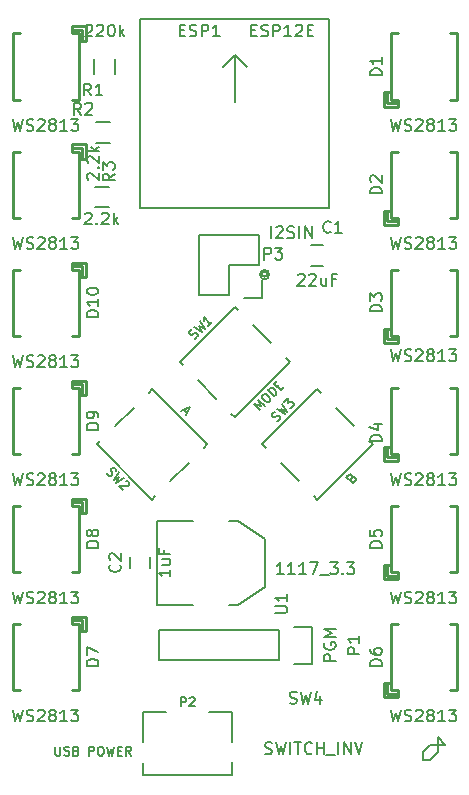
<source format=gto>
G04 #@! TF.FileFunction,Legend,Top*
%FSLAX46Y46*%
G04 Gerber Fmt 4.6, Leading zero omitted, Abs format (unit mm)*
G04 Created by KiCad (PCBNEW 4.0.2+dfsg1-stable) date Mon 05 Nov 2018 12:17:06 AM EST*
%MOMM*%
G01*
G04 APERTURE LIST*
%ADD10C,0.100000*%
%ADD11C,0.200000*%
%ADD12C,0.150000*%
%ADD13C,0.250000*%
%ADD14C,0.165100*%
G04 APERTURE END LIST*
D10*
D11*
X130175000Y-132080000D02*
X130175000Y-130810000D01*
X129540000Y-132715000D02*
X130175000Y-132080000D01*
X128905000Y-132715000D02*
X129540000Y-132715000D01*
X128905000Y-132080000D02*
X128905000Y-132715000D01*
X129540000Y-131445000D02*
X128905000Y-132080000D01*
X130810000Y-131445000D02*
X129540000Y-131445000D01*
X130175000Y-130810000D02*
X130810000Y-131445000D01*
X115926123Y-91615000D02*
G75*
G03X115926123Y-91615000I-401123J0D01*
G01*
X115745000Y-91585000D02*
G75*
G03X115745000Y-91585000I-220000J0D01*
G01*
D12*
X120500000Y-89150000D02*
X119500000Y-89150000D01*
X119500000Y-90850000D02*
X120500000Y-90850000D01*
D13*
X125900000Y-76200000D02*
X125600000Y-76200000D01*
X125600000Y-76200000D02*
X125600000Y-77400000D01*
X125600000Y-77400000D02*
X126800000Y-77400000D01*
X126800000Y-77400000D02*
X126800000Y-77100000D01*
X126800000Y-76800000D02*
X126800000Y-77100000D01*
X126800000Y-77100000D02*
X125900000Y-77100000D01*
X125900000Y-77100000D02*
X125900000Y-76300000D01*
X125900000Y-76300000D02*
X125900000Y-76200000D01*
X125900000Y-76200000D02*
X126200000Y-76200000D01*
X131200000Y-71200000D02*
X131800000Y-71200000D01*
X131800000Y-71200000D02*
X131800000Y-76800000D01*
X131800000Y-76800000D02*
X131200000Y-76800000D01*
X126800000Y-76800000D02*
X126200000Y-76800000D01*
X126200000Y-76800000D02*
X126200000Y-71200000D01*
X126200000Y-71200000D02*
X126800000Y-71200000D01*
X125900000Y-86200000D02*
X125600000Y-86200000D01*
X125600000Y-86200000D02*
X125600000Y-87400000D01*
X125600000Y-87400000D02*
X126800000Y-87400000D01*
X126800000Y-87400000D02*
X126800000Y-87100000D01*
X126800000Y-86800000D02*
X126800000Y-87100000D01*
X126800000Y-87100000D02*
X125900000Y-87100000D01*
X125900000Y-87100000D02*
X125900000Y-86300000D01*
X125900000Y-86300000D02*
X125900000Y-86200000D01*
X125900000Y-86200000D02*
X126200000Y-86200000D01*
X131200000Y-81200000D02*
X131800000Y-81200000D01*
X131800000Y-81200000D02*
X131800000Y-86800000D01*
X131800000Y-86800000D02*
X131200000Y-86800000D01*
X126800000Y-86800000D02*
X126200000Y-86800000D01*
X126200000Y-86800000D02*
X126200000Y-81200000D01*
X126200000Y-81200000D02*
X126800000Y-81200000D01*
X125900000Y-96200000D02*
X125600000Y-96200000D01*
X125600000Y-96200000D02*
X125600000Y-97400000D01*
X125600000Y-97400000D02*
X126800000Y-97400000D01*
X126800000Y-97400000D02*
X126800000Y-97100000D01*
X126800000Y-96800000D02*
X126800000Y-97100000D01*
X126800000Y-97100000D02*
X125900000Y-97100000D01*
X125900000Y-97100000D02*
X125900000Y-96300000D01*
X125900000Y-96300000D02*
X125900000Y-96200000D01*
X125900000Y-96200000D02*
X126200000Y-96200000D01*
X131200000Y-91200000D02*
X131800000Y-91200000D01*
X131800000Y-91200000D02*
X131800000Y-96800000D01*
X131800000Y-96800000D02*
X131200000Y-96800000D01*
X126800000Y-96800000D02*
X126200000Y-96800000D01*
X126200000Y-96800000D02*
X126200000Y-91200000D01*
X126200000Y-91200000D02*
X126800000Y-91200000D01*
X125900000Y-106200000D02*
X125600000Y-106200000D01*
X125600000Y-106200000D02*
X125600000Y-107400000D01*
X125600000Y-107400000D02*
X126800000Y-107400000D01*
X126800000Y-107400000D02*
X126800000Y-107100000D01*
X126800000Y-106800000D02*
X126800000Y-107100000D01*
X126800000Y-107100000D02*
X125900000Y-107100000D01*
X125900000Y-107100000D02*
X125900000Y-106300000D01*
X125900000Y-106300000D02*
X125900000Y-106200000D01*
X125900000Y-106200000D02*
X126200000Y-106200000D01*
X131200000Y-101200000D02*
X131800000Y-101200000D01*
X131800000Y-101200000D02*
X131800000Y-106800000D01*
X131800000Y-106800000D02*
X131200000Y-106800000D01*
X126800000Y-106800000D02*
X126200000Y-106800000D01*
X126200000Y-106800000D02*
X126200000Y-101200000D01*
X126200000Y-101200000D02*
X126800000Y-101200000D01*
X125900000Y-116200000D02*
X125600000Y-116200000D01*
X125600000Y-116200000D02*
X125600000Y-117400000D01*
X125600000Y-117400000D02*
X126800000Y-117400000D01*
X126800000Y-117400000D02*
X126800000Y-117100000D01*
X126800000Y-116800000D02*
X126800000Y-117100000D01*
X126800000Y-117100000D02*
X125900000Y-117100000D01*
X125900000Y-117100000D02*
X125900000Y-116300000D01*
X125900000Y-116300000D02*
X125900000Y-116200000D01*
X125900000Y-116200000D02*
X126200000Y-116200000D01*
X131200000Y-111200000D02*
X131800000Y-111200000D01*
X131800000Y-111200000D02*
X131800000Y-116800000D01*
X131800000Y-116800000D02*
X131200000Y-116800000D01*
X126800000Y-116800000D02*
X126200000Y-116800000D01*
X126200000Y-116800000D02*
X126200000Y-111200000D01*
X126200000Y-111200000D02*
X126800000Y-111200000D01*
X125900000Y-126200000D02*
X125600000Y-126200000D01*
X125600000Y-126200000D02*
X125600000Y-127400000D01*
X125600000Y-127400000D02*
X126800000Y-127400000D01*
X126800000Y-127400000D02*
X126800000Y-127100000D01*
X126800000Y-126800000D02*
X126800000Y-127100000D01*
X126800000Y-127100000D02*
X125900000Y-127100000D01*
X125900000Y-127100000D02*
X125900000Y-126300000D01*
X125900000Y-126300000D02*
X125900000Y-126200000D01*
X125900000Y-126200000D02*
X126200000Y-126200000D01*
X131200000Y-121200000D02*
X131800000Y-121200000D01*
X131800000Y-121200000D02*
X131800000Y-126800000D01*
X131800000Y-126800000D02*
X131200000Y-126800000D01*
X126800000Y-126800000D02*
X126200000Y-126800000D01*
X126200000Y-126800000D02*
X126200000Y-121200000D01*
X126200000Y-121200000D02*
X126800000Y-121200000D01*
X100100000Y-121800000D02*
X100400000Y-121800000D01*
X100400000Y-121800000D02*
X100400000Y-120600000D01*
X100400000Y-120600000D02*
X99200000Y-120600000D01*
X99200000Y-120600000D02*
X99200000Y-120900000D01*
X99200000Y-121200000D02*
X99200000Y-120900000D01*
X99200000Y-120900000D02*
X100100000Y-120900000D01*
X100100000Y-120900000D02*
X100100000Y-121700000D01*
X100100000Y-121700000D02*
X100100000Y-121800000D01*
X100100000Y-121800000D02*
X99800000Y-121800000D01*
X94800000Y-126800000D02*
X94200000Y-126800000D01*
X94200000Y-126800000D02*
X94200000Y-121200000D01*
X94200000Y-121200000D02*
X94800000Y-121200000D01*
X99200000Y-121200000D02*
X99800000Y-121200000D01*
X99800000Y-121200000D02*
X99800000Y-126800000D01*
X99800000Y-126800000D02*
X99200000Y-126800000D01*
X100100000Y-111800000D02*
X100400000Y-111800000D01*
X100400000Y-111800000D02*
X100400000Y-110600000D01*
X100400000Y-110600000D02*
X99200000Y-110600000D01*
X99200000Y-110600000D02*
X99200000Y-110900000D01*
X99200000Y-111200000D02*
X99200000Y-110900000D01*
X99200000Y-110900000D02*
X100100000Y-110900000D01*
X100100000Y-110900000D02*
X100100000Y-111700000D01*
X100100000Y-111700000D02*
X100100000Y-111800000D01*
X100100000Y-111800000D02*
X99800000Y-111800000D01*
X94800000Y-116800000D02*
X94200000Y-116800000D01*
X94200000Y-116800000D02*
X94200000Y-111200000D01*
X94200000Y-111200000D02*
X94800000Y-111200000D01*
X99200000Y-111200000D02*
X99800000Y-111200000D01*
X99800000Y-111200000D02*
X99800000Y-116800000D01*
X99800000Y-116800000D02*
X99200000Y-116800000D01*
X100100000Y-101800000D02*
X100400000Y-101800000D01*
X100400000Y-101800000D02*
X100400000Y-100600000D01*
X100400000Y-100600000D02*
X99200000Y-100600000D01*
X99200000Y-100600000D02*
X99200000Y-100900000D01*
X99200000Y-101200000D02*
X99200000Y-100900000D01*
X99200000Y-100900000D02*
X100100000Y-100900000D01*
X100100000Y-100900000D02*
X100100000Y-101700000D01*
X100100000Y-101700000D02*
X100100000Y-101800000D01*
X100100000Y-101800000D02*
X99800000Y-101800000D01*
X94800000Y-106800000D02*
X94200000Y-106800000D01*
X94200000Y-106800000D02*
X94200000Y-101200000D01*
X94200000Y-101200000D02*
X94800000Y-101200000D01*
X99200000Y-101200000D02*
X99800000Y-101200000D01*
X99800000Y-101200000D02*
X99800000Y-106800000D01*
X99800000Y-106800000D02*
X99200000Y-106800000D01*
X100100000Y-91800000D02*
X100400000Y-91800000D01*
X100400000Y-91800000D02*
X100400000Y-90600000D01*
X100400000Y-90600000D02*
X99200000Y-90600000D01*
X99200000Y-90600000D02*
X99200000Y-90900000D01*
X99200000Y-91200000D02*
X99200000Y-90900000D01*
X99200000Y-90900000D02*
X100100000Y-90900000D01*
X100100000Y-90900000D02*
X100100000Y-91700000D01*
X100100000Y-91700000D02*
X100100000Y-91800000D01*
X100100000Y-91800000D02*
X99800000Y-91800000D01*
X94800000Y-96800000D02*
X94200000Y-96800000D01*
X94200000Y-96800000D02*
X94200000Y-91200000D01*
X94200000Y-91200000D02*
X94800000Y-91200000D01*
X99200000Y-91200000D02*
X99800000Y-91200000D01*
X99800000Y-91200000D02*
X99800000Y-96800000D01*
X99800000Y-96800000D02*
X99200000Y-96800000D01*
X100100000Y-81800000D02*
X100400000Y-81800000D01*
X100400000Y-81800000D02*
X100400000Y-80600000D01*
X100400000Y-80600000D02*
X99200000Y-80600000D01*
X99200000Y-80600000D02*
X99200000Y-80900000D01*
X99200000Y-81200000D02*
X99200000Y-80900000D01*
X99200000Y-80900000D02*
X100100000Y-80900000D01*
X100100000Y-80900000D02*
X100100000Y-81700000D01*
X100100000Y-81700000D02*
X100100000Y-81800000D01*
X100100000Y-81800000D02*
X99800000Y-81800000D01*
X94800000Y-86800000D02*
X94200000Y-86800000D01*
X94200000Y-86800000D02*
X94200000Y-81200000D01*
X94200000Y-81200000D02*
X94800000Y-81200000D01*
X99200000Y-81200000D02*
X99800000Y-81200000D01*
X99800000Y-81200000D02*
X99800000Y-86800000D01*
X99800000Y-86800000D02*
X99200000Y-86800000D01*
X100100000Y-71800000D02*
X100400000Y-71800000D01*
X100400000Y-71800000D02*
X100400000Y-70600000D01*
X100400000Y-70600000D02*
X99200000Y-70600000D01*
X99200000Y-70600000D02*
X99200000Y-70900000D01*
X99200000Y-71200000D02*
X99200000Y-70900000D01*
X99200000Y-70900000D02*
X100100000Y-70900000D01*
X100100000Y-70900000D02*
X100100000Y-71700000D01*
X100100000Y-71700000D02*
X100100000Y-71800000D01*
X100100000Y-71800000D02*
X99800000Y-71800000D01*
X94800000Y-76800000D02*
X94200000Y-76800000D01*
X94200000Y-76800000D02*
X94200000Y-71200000D01*
X94200000Y-71200000D02*
X94800000Y-71200000D01*
X99200000Y-71200000D02*
X99800000Y-71200000D01*
X99800000Y-71200000D02*
X99800000Y-76800000D01*
X99800000Y-76800000D02*
X99200000Y-76800000D01*
D12*
X113000000Y-73000000D02*
X112000000Y-74000000D01*
X113000000Y-73000000D02*
X114000000Y-74000000D01*
X113000000Y-73000000D02*
X113000000Y-77000000D01*
X105000000Y-86000000D02*
X105000000Y-70000000D01*
X105000000Y-70000000D02*
X121000000Y-70000000D01*
X121000000Y-70000000D02*
X121000000Y-86000000D01*
X105000000Y-86000000D02*
X121000000Y-86000000D01*
X118000000Y-121450000D02*
X119550000Y-121450000D01*
X119550000Y-121450000D02*
X119550000Y-124550000D01*
X119550000Y-124550000D02*
X118000000Y-124550000D01*
X116730000Y-124270000D02*
X106570000Y-124270000D01*
X106570000Y-124270000D02*
X106570000Y-121730000D01*
X106570000Y-121730000D02*
X116730000Y-121730000D01*
X116730000Y-124270000D02*
X116730000Y-121730000D01*
X110850000Y-128650000D02*
X112750000Y-128650000D01*
X112750000Y-128650000D02*
X112750000Y-131200000D01*
X105250000Y-131200000D02*
X105250000Y-128650000D01*
X105250000Y-128650000D02*
X107150000Y-128650000D01*
X112750000Y-134000000D02*
X112750000Y-132850000D01*
X105250000Y-134000000D02*
X105250000Y-132950000D01*
X106650000Y-134000000D02*
X105250000Y-134000000D01*
X111350000Y-134000000D02*
X112750000Y-134000000D01*
X106650000Y-134000000D02*
X111350000Y-134000000D01*
X115342000Y-92075000D02*
X115342000Y-93625000D01*
X113792000Y-93625000D02*
X115342000Y-93625000D01*
X115062000Y-90805000D02*
X112522000Y-90805000D01*
X112522000Y-90805000D02*
X112522000Y-93345000D01*
X112522000Y-93345000D02*
X109982000Y-93345000D01*
X109982000Y-93345000D02*
X109982000Y-88265000D01*
X109982000Y-88265000D02*
X115062000Y-88265000D01*
X115062000Y-88265000D02*
X115062000Y-90805000D01*
X102480000Y-80485000D02*
X101280000Y-80485000D01*
X101280000Y-78735000D02*
X102480000Y-78735000D01*
X102340000Y-85925000D02*
X101140000Y-85925000D01*
X101140000Y-84175000D02*
X102340000Y-84175000D01*
X113000000Y-94333095D02*
X113282843Y-94615938D01*
X109888730Y-100555635D02*
X111444365Y-102111270D01*
X116111270Y-97444365D02*
X114555635Y-95888730D01*
X112717157Y-103384062D02*
X113000000Y-103666905D01*
X113000000Y-103666905D02*
X117666905Y-99000000D01*
X117666905Y-99000000D02*
X117384062Y-98717157D01*
X108333095Y-99000000D02*
X108615938Y-99282843D01*
X108333095Y-99000000D02*
X113000000Y-94333095D01*
X101333095Y-106000000D02*
X101615938Y-105717157D01*
X107555635Y-109111270D02*
X109111270Y-107555635D01*
X104444365Y-102888730D02*
X102888730Y-104444365D01*
X110384062Y-106282843D02*
X110666905Y-106000000D01*
X110666905Y-106000000D02*
X106000000Y-101333095D01*
X106000000Y-101333095D02*
X105717157Y-101615938D01*
X106000000Y-110666905D02*
X106282843Y-110384062D01*
X106000000Y-110666905D02*
X101333095Y-106000000D01*
X120000000Y-101333095D02*
X120282843Y-101615938D01*
X116888730Y-107555635D02*
X118444365Y-109111270D01*
X123111270Y-104444365D02*
X121555635Y-102888730D01*
X119717157Y-110384062D02*
X120000000Y-110666905D01*
X120000000Y-110666905D02*
X124666905Y-106000000D01*
X124666905Y-106000000D02*
X124384062Y-105717157D01*
X115333095Y-106000000D02*
X115615938Y-106282843D01*
X115333095Y-106000000D02*
X120000000Y-101333095D01*
X101125000Y-74600000D02*
X101125000Y-73400000D01*
X102875000Y-73400000D02*
X102875000Y-74600000D01*
X109476000Y-112444000D02*
X106428000Y-112444000D01*
X106428000Y-112444000D02*
X106428000Y-119556000D01*
X106428000Y-119556000D02*
X109476000Y-119556000D01*
X112524000Y-112444000D02*
X113286000Y-112444000D01*
X113286000Y-112444000D02*
X115572000Y-113968000D01*
X115572000Y-113968000D02*
X115572000Y-118032000D01*
X115572000Y-118032000D02*
X113286000Y-119556000D01*
X113286000Y-119556000D02*
X112524000Y-119556000D01*
X104150000Y-115500000D02*
X104150000Y-116500000D01*
X105850000Y-116500000D02*
X105850000Y-115500000D01*
X121118334Y-87987143D02*
X121070715Y-88034762D01*
X120927858Y-88082381D01*
X120832620Y-88082381D01*
X120689762Y-88034762D01*
X120594524Y-87939524D01*
X120546905Y-87844286D01*
X120499286Y-87653810D01*
X120499286Y-87510952D01*
X120546905Y-87320476D01*
X120594524Y-87225238D01*
X120689762Y-87130000D01*
X120832620Y-87082381D01*
X120927858Y-87082381D01*
X121070715Y-87130000D01*
X121118334Y-87177619D01*
X122070715Y-88082381D02*
X121499286Y-88082381D01*
X121785000Y-88082381D02*
X121785000Y-87082381D01*
X121689762Y-87225238D01*
X121594524Y-87320476D01*
X121499286Y-87368095D01*
X118357143Y-91647619D02*
X118404762Y-91600000D01*
X118500000Y-91552381D01*
X118738096Y-91552381D01*
X118833334Y-91600000D01*
X118880953Y-91647619D01*
X118928572Y-91742857D01*
X118928572Y-91838095D01*
X118880953Y-91980952D01*
X118309524Y-92552381D01*
X118928572Y-92552381D01*
X119309524Y-91647619D02*
X119357143Y-91600000D01*
X119452381Y-91552381D01*
X119690477Y-91552381D01*
X119785715Y-91600000D01*
X119833334Y-91647619D01*
X119880953Y-91742857D01*
X119880953Y-91838095D01*
X119833334Y-91980952D01*
X119261905Y-92552381D01*
X119880953Y-92552381D01*
X120738096Y-91885714D02*
X120738096Y-92552381D01*
X120309524Y-91885714D02*
X120309524Y-92409524D01*
X120357143Y-92504762D01*
X120452381Y-92552381D01*
X120595239Y-92552381D01*
X120690477Y-92504762D01*
X120738096Y-92457143D01*
X121547620Y-92028571D02*
X121214286Y-92028571D01*
X121214286Y-92552381D02*
X121214286Y-91552381D01*
X121690477Y-91552381D01*
X125452381Y-74738095D02*
X124452381Y-74738095D01*
X124452381Y-74500000D01*
X124500000Y-74357142D01*
X124595238Y-74261904D01*
X124690476Y-74214285D01*
X124880952Y-74166666D01*
X125023810Y-74166666D01*
X125214286Y-74214285D01*
X125309524Y-74261904D01*
X125404762Y-74357142D01*
X125452381Y-74500000D01*
X125452381Y-74738095D01*
X125452381Y-73214285D02*
X125452381Y-73785714D01*
X125452381Y-73500000D02*
X124452381Y-73500000D01*
X124595238Y-73595238D01*
X124690476Y-73690476D01*
X124738095Y-73785714D01*
X126190476Y-78452381D02*
X126428571Y-79452381D01*
X126619048Y-78738095D01*
X126809524Y-79452381D01*
X127047619Y-78452381D01*
X127380952Y-79404762D02*
X127523809Y-79452381D01*
X127761905Y-79452381D01*
X127857143Y-79404762D01*
X127904762Y-79357143D01*
X127952381Y-79261905D01*
X127952381Y-79166667D01*
X127904762Y-79071429D01*
X127857143Y-79023810D01*
X127761905Y-78976190D01*
X127571428Y-78928571D01*
X127476190Y-78880952D01*
X127428571Y-78833333D01*
X127380952Y-78738095D01*
X127380952Y-78642857D01*
X127428571Y-78547619D01*
X127476190Y-78500000D01*
X127571428Y-78452381D01*
X127809524Y-78452381D01*
X127952381Y-78500000D01*
X128333333Y-78547619D02*
X128380952Y-78500000D01*
X128476190Y-78452381D01*
X128714286Y-78452381D01*
X128809524Y-78500000D01*
X128857143Y-78547619D01*
X128904762Y-78642857D01*
X128904762Y-78738095D01*
X128857143Y-78880952D01*
X128285714Y-79452381D01*
X128904762Y-79452381D01*
X129476190Y-78880952D02*
X129380952Y-78833333D01*
X129333333Y-78785714D01*
X129285714Y-78690476D01*
X129285714Y-78642857D01*
X129333333Y-78547619D01*
X129380952Y-78500000D01*
X129476190Y-78452381D01*
X129666667Y-78452381D01*
X129761905Y-78500000D01*
X129809524Y-78547619D01*
X129857143Y-78642857D01*
X129857143Y-78690476D01*
X129809524Y-78785714D01*
X129761905Y-78833333D01*
X129666667Y-78880952D01*
X129476190Y-78880952D01*
X129380952Y-78928571D01*
X129333333Y-78976190D01*
X129285714Y-79071429D01*
X129285714Y-79261905D01*
X129333333Y-79357143D01*
X129380952Y-79404762D01*
X129476190Y-79452381D01*
X129666667Y-79452381D01*
X129761905Y-79404762D01*
X129809524Y-79357143D01*
X129857143Y-79261905D01*
X129857143Y-79071429D01*
X129809524Y-78976190D01*
X129761905Y-78928571D01*
X129666667Y-78880952D01*
X130809524Y-79452381D02*
X130238095Y-79452381D01*
X130523809Y-79452381D02*
X130523809Y-78452381D01*
X130428571Y-78595238D01*
X130333333Y-78690476D01*
X130238095Y-78738095D01*
X131142857Y-78452381D02*
X131761905Y-78452381D01*
X131428571Y-78833333D01*
X131571429Y-78833333D01*
X131666667Y-78880952D01*
X131714286Y-78928571D01*
X131761905Y-79023810D01*
X131761905Y-79261905D01*
X131714286Y-79357143D01*
X131666667Y-79404762D01*
X131571429Y-79452381D01*
X131285714Y-79452381D01*
X131190476Y-79404762D01*
X131142857Y-79357143D01*
X125452381Y-84738095D02*
X124452381Y-84738095D01*
X124452381Y-84500000D01*
X124500000Y-84357142D01*
X124595238Y-84261904D01*
X124690476Y-84214285D01*
X124880952Y-84166666D01*
X125023810Y-84166666D01*
X125214286Y-84214285D01*
X125309524Y-84261904D01*
X125404762Y-84357142D01*
X125452381Y-84500000D01*
X125452381Y-84738095D01*
X124547619Y-83785714D02*
X124500000Y-83738095D01*
X124452381Y-83642857D01*
X124452381Y-83404761D01*
X124500000Y-83309523D01*
X124547619Y-83261904D01*
X124642857Y-83214285D01*
X124738095Y-83214285D01*
X124880952Y-83261904D01*
X125452381Y-83833333D01*
X125452381Y-83214285D01*
X126190476Y-88452381D02*
X126428571Y-89452381D01*
X126619048Y-88738095D01*
X126809524Y-89452381D01*
X127047619Y-88452381D01*
X127380952Y-89404762D02*
X127523809Y-89452381D01*
X127761905Y-89452381D01*
X127857143Y-89404762D01*
X127904762Y-89357143D01*
X127952381Y-89261905D01*
X127952381Y-89166667D01*
X127904762Y-89071429D01*
X127857143Y-89023810D01*
X127761905Y-88976190D01*
X127571428Y-88928571D01*
X127476190Y-88880952D01*
X127428571Y-88833333D01*
X127380952Y-88738095D01*
X127380952Y-88642857D01*
X127428571Y-88547619D01*
X127476190Y-88500000D01*
X127571428Y-88452381D01*
X127809524Y-88452381D01*
X127952381Y-88500000D01*
X128333333Y-88547619D02*
X128380952Y-88500000D01*
X128476190Y-88452381D01*
X128714286Y-88452381D01*
X128809524Y-88500000D01*
X128857143Y-88547619D01*
X128904762Y-88642857D01*
X128904762Y-88738095D01*
X128857143Y-88880952D01*
X128285714Y-89452381D01*
X128904762Y-89452381D01*
X129476190Y-88880952D02*
X129380952Y-88833333D01*
X129333333Y-88785714D01*
X129285714Y-88690476D01*
X129285714Y-88642857D01*
X129333333Y-88547619D01*
X129380952Y-88500000D01*
X129476190Y-88452381D01*
X129666667Y-88452381D01*
X129761905Y-88500000D01*
X129809524Y-88547619D01*
X129857143Y-88642857D01*
X129857143Y-88690476D01*
X129809524Y-88785714D01*
X129761905Y-88833333D01*
X129666667Y-88880952D01*
X129476190Y-88880952D01*
X129380952Y-88928571D01*
X129333333Y-88976190D01*
X129285714Y-89071429D01*
X129285714Y-89261905D01*
X129333333Y-89357143D01*
X129380952Y-89404762D01*
X129476190Y-89452381D01*
X129666667Y-89452381D01*
X129761905Y-89404762D01*
X129809524Y-89357143D01*
X129857143Y-89261905D01*
X129857143Y-89071429D01*
X129809524Y-88976190D01*
X129761905Y-88928571D01*
X129666667Y-88880952D01*
X130809524Y-89452381D02*
X130238095Y-89452381D01*
X130523809Y-89452381D02*
X130523809Y-88452381D01*
X130428571Y-88595238D01*
X130333333Y-88690476D01*
X130238095Y-88738095D01*
X131142857Y-88452381D02*
X131761905Y-88452381D01*
X131428571Y-88833333D01*
X131571429Y-88833333D01*
X131666667Y-88880952D01*
X131714286Y-88928571D01*
X131761905Y-89023810D01*
X131761905Y-89261905D01*
X131714286Y-89357143D01*
X131666667Y-89404762D01*
X131571429Y-89452381D01*
X131285714Y-89452381D01*
X131190476Y-89404762D01*
X131142857Y-89357143D01*
X125452381Y-94738095D02*
X124452381Y-94738095D01*
X124452381Y-94500000D01*
X124500000Y-94357142D01*
X124595238Y-94261904D01*
X124690476Y-94214285D01*
X124880952Y-94166666D01*
X125023810Y-94166666D01*
X125214286Y-94214285D01*
X125309524Y-94261904D01*
X125404762Y-94357142D01*
X125452381Y-94500000D01*
X125452381Y-94738095D01*
X124452381Y-93833333D02*
X124452381Y-93214285D01*
X124833333Y-93547619D01*
X124833333Y-93404761D01*
X124880952Y-93309523D01*
X124928571Y-93261904D01*
X125023810Y-93214285D01*
X125261905Y-93214285D01*
X125357143Y-93261904D01*
X125404762Y-93309523D01*
X125452381Y-93404761D01*
X125452381Y-93690476D01*
X125404762Y-93785714D01*
X125357143Y-93833333D01*
X126190476Y-97952381D02*
X126428571Y-98952381D01*
X126619048Y-98238095D01*
X126809524Y-98952381D01*
X127047619Y-97952381D01*
X127380952Y-98904762D02*
X127523809Y-98952381D01*
X127761905Y-98952381D01*
X127857143Y-98904762D01*
X127904762Y-98857143D01*
X127952381Y-98761905D01*
X127952381Y-98666667D01*
X127904762Y-98571429D01*
X127857143Y-98523810D01*
X127761905Y-98476190D01*
X127571428Y-98428571D01*
X127476190Y-98380952D01*
X127428571Y-98333333D01*
X127380952Y-98238095D01*
X127380952Y-98142857D01*
X127428571Y-98047619D01*
X127476190Y-98000000D01*
X127571428Y-97952381D01*
X127809524Y-97952381D01*
X127952381Y-98000000D01*
X128333333Y-98047619D02*
X128380952Y-98000000D01*
X128476190Y-97952381D01*
X128714286Y-97952381D01*
X128809524Y-98000000D01*
X128857143Y-98047619D01*
X128904762Y-98142857D01*
X128904762Y-98238095D01*
X128857143Y-98380952D01*
X128285714Y-98952381D01*
X128904762Y-98952381D01*
X129476190Y-98380952D02*
X129380952Y-98333333D01*
X129333333Y-98285714D01*
X129285714Y-98190476D01*
X129285714Y-98142857D01*
X129333333Y-98047619D01*
X129380952Y-98000000D01*
X129476190Y-97952381D01*
X129666667Y-97952381D01*
X129761905Y-98000000D01*
X129809524Y-98047619D01*
X129857143Y-98142857D01*
X129857143Y-98190476D01*
X129809524Y-98285714D01*
X129761905Y-98333333D01*
X129666667Y-98380952D01*
X129476190Y-98380952D01*
X129380952Y-98428571D01*
X129333333Y-98476190D01*
X129285714Y-98571429D01*
X129285714Y-98761905D01*
X129333333Y-98857143D01*
X129380952Y-98904762D01*
X129476190Y-98952381D01*
X129666667Y-98952381D01*
X129761905Y-98904762D01*
X129809524Y-98857143D01*
X129857143Y-98761905D01*
X129857143Y-98571429D01*
X129809524Y-98476190D01*
X129761905Y-98428571D01*
X129666667Y-98380952D01*
X130809524Y-98952381D02*
X130238095Y-98952381D01*
X130523809Y-98952381D02*
X130523809Y-97952381D01*
X130428571Y-98095238D01*
X130333333Y-98190476D01*
X130238095Y-98238095D01*
X131142857Y-97952381D02*
X131761905Y-97952381D01*
X131428571Y-98333333D01*
X131571429Y-98333333D01*
X131666667Y-98380952D01*
X131714286Y-98428571D01*
X131761905Y-98523810D01*
X131761905Y-98761905D01*
X131714286Y-98857143D01*
X131666667Y-98904762D01*
X131571429Y-98952381D01*
X131285714Y-98952381D01*
X131190476Y-98904762D01*
X131142857Y-98857143D01*
X125452381Y-105738095D02*
X124452381Y-105738095D01*
X124452381Y-105500000D01*
X124500000Y-105357142D01*
X124595238Y-105261904D01*
X124690476Y-105214285D01*
X124880952Y-105166666D01*
X125023810Y-105166666D01*
X125214286Y-105214285D01*
X125309524Y-105261904D01*
X125404762Y-105357142D01*
X125452381Y-105500000D01*
X125452381Y-105738095D01*
X124785714Y-104309523D02*
X125452381Y-104309523D01*
X124404762Y-104547619D02*
X125119048Y-104785714D01*
X125119048Y-104166666D01*
X126190476Y-108452381D02*
X126428571Y-109452381D01*
X126619048Y-108738095D01*
X126809524Y-109452381D01*
X127047619Y-108452381D01*
X127380952Y-109404762D02*
X127523809Y-109452381D01*
X127761905Y-109452381D01*
X127857143Y-109404762D01*
X127904762Y-109357143D01*
X127952381Y-109261905D01*
X127952381Y-109166667D01*
X127904762Y-109071429D01*
X127857143Y-109023810D01*
X127761905Y-108976190D01*
X127571428Y-108928571D01*
X127476190Y-108880952D01*
X127428571Y-108833333D01*
X127380952Y-108738095D01*
X127380952Y-108642857D01*
X127428571Y-108547619D01*
X127476190Y-108500000D01*
X127571428Y-108452381D01*
X127809524Y-108452381D01*
X127952381Y-108500000D01*
X128333333Y-108547619D02*
X128380952Y-108500000D01*
X128476190Y-108452381D01*
X128714286Y-108452381D01*
X128809524Y-108500000D01*
X128857143Y-108547619D01*
X128904762Y-108642857D01*
X128904762Y-108738095D01*
X128857143Y-108880952D01*
X128285714Y-109452381D01*
X128904762Y-109452381D01*
X129476190Y-108880952D02*
X129380952Y-108833333D01*
X129333333Y-108785714D01*
X129285714Y-108690476D01*
X129285714Y-108642857D01*
X129333333Y-108547619D01*
X129380952Y-108500000D01*
X129476190Y-108452381D01*
X129666667Y-108452381D01*
X129761905Y-108500000D01*
X129809524Y-108547619D01*
X129857143Y-108642857D01*
X129857143Y-108690476D01*
X129809524Y-108785714D01*
X129761905Y-108833333D01*
X129666667Y-108880952D01*
X129476190Y-108880952D01*
X129380952Y-108928571D01*
X129333333Y-108976190D01*
X129285714Y-109071429D01*
X129285714Y-109261905D01*
X129333333Y-109357143D01*
X129380952Y-109404762D01*
X129476190Y-109452381D01*
X129666667Y-109452381D01*
X129761905Y-109404762D01*
X129809524Y-109357143D01*
X129857143Y-109261905D01*
X129857143Y-109071429D01*
X129809524Y-108976190D01*
X129761905Y-108928571D01*
X129666667Y-108880952D01*
X130809524Y-109452381D02*
X130238095Y-109452381D01*
X130523809Y-109452381D02*
X130523809Y-108452381D01*
X130428571Y-108595238D01*
X130333333Y-108690476D01*
X130238095Y-108738095D01*
X131142857Y-108452381D02*
X131761905Y-108452381D01*
X131428571Y-108833333D01*
X131571429Y-108833333D01*
X131666667Y-108880952D01*
X131714286Y-108928571D01*
X131761905Y-109023810D01*
X131761905Y-109261905D01*
X131714286Y-109357143D01*
X131666667Y-109404762D01*
X131571429Y-109452381D01*
X131285714Y-109452381D01*
X131190476Y-109404762D01*
X131142857Y-109357143D01*
X125452381Y-114738095D02*
X124452381Y-114738095D01*
X124452381Y-114500000D01*
X124500000Y-114357142D01*
X124595238Y-114261904D01*
X124690476Y-114214285D01*
X124880952Y-114166666D01*
X125023810Y-114166666D01*
X125214286Y-114214285D01*
X125309524Y-114261904D01*
X125404762Y-114357142D01*
X125452381Y-114500000D01*
X125452381Y-114738095D01*
X124452381Y-113261904D02*
X124452381Y-113738095D01*
X124928571Y-113785714D01*
X124880952Y-113738095D01*
X124833333Y-113642857D01*
X124833333Y-113404761D01*
X124880952Y-113309523D01*
X124928571Y-113261904D01*
X125023810Y-113214285D01*
X125261905Y-113214285D01*
X125357143Y-113261904D01*
X125404762Y-113309523D01*
X125452381Y-113404761D01*
X125452381Y-113642857D01*
X125404762Y-113738095D01*
X125357143Y-113785714D01*
X126190476Y-118452381D02*
X126428571Y-119452381D01*
X126619048Y-118738095D01*
X126809524Y-119452381D01*
X127047619Y-118452381D01*
X127380952Y-119404762D02*
X127523809Y-119452381D01*
X127761905Y-119452381D01*
X127857143Y-119404762D01*
X127904762Y-119357143D01*
X127952381Y-119261905D01*
X127952381Y-119166667D01*
X127904762Y-119071429D01*
X127857143Y-119023810D01*
X127761905Y-118976190D01*
X127571428Y-118928571D01*
X127476190Y-118880952D01*
X127428571Y-118833333D01*
X127380952Y-118738095D01*
X127380952Y-118642857D01*
X127428571Y-118547619D01*
X127476190Y-118500000D01*
X127571428Y-118452381D01*
X127809524Y-118452381D01*
X127952381Y-118500000D01*
X128333333Y-118547619D02*
X128380952Y-118500000D01*
X128476190Y-118452381D01*
X128714286Y-118452381D01*
X128809524Y-118500000D01*
X128857143Y-118547619D01*
X128904762Y-118642857D01*
X128904762Y-118738095D01*
X128857143Y-118880952D01*
X128285714Y-119452381D01*
X128904762Y-119452381D01*
X129476190Y-118880952D02*
X129380952Y-118833333D01*
X129333333Y-118785714D01*
X129285714Y-118690476D01*
X129285714Y-118642857D01*
X129333333Y-118547619D01*
X129380952Y-118500000D01*
X129476190Y-118452381D01*
X129666667Y-118452381D01*
X129761905Y-118500000D01*
X129809524Y-118547619D01*
X129857143Y-118642857D01*
X129857143Y-118690476D01*
X129809524Y-118785714D01*
X129761905Y-118833333D01*
X129666667Y-118880952D01*
X129476190Y-118880952D01*
X129380952Y-118928571D01*
X129333333Y-118976190D01*
X129285714Y-119071429D01*
X129285714Y-119261905D01*
X129333333Y-119357143D01*
X129380952Y-119404762D01*
X129476190Y-119452381D01*
X129666667Y-119452381D01*
X129761905Y-119404762D01*
X129809524Y-119357143D01*
X129857143Y-119261905D01*
X129857143Y-119071429D01*
X129809524Y-118976190D01*
X129761905Y-118928571D01*
X129666667Y-118880952D01*
X130809524Y-119452381D02*
X130238095Y-119452381D01*
X130523809Y-119452381D02*
X130523809Y-118452381D01*
X130428571Y-118595238D01*
X130333333Y-118690476D01*
X130238095Y-118738095D01*
X131142857Y-118452381D02*
X131761905Y-118452381D01*
X131428571Y-118833333D01*
X131571429Y-118833333D01*
X131666667Y-118880952D01*
X131714286Y-118928571D01*
X131761905Y-119023810D01*
X131761905Y-119261905D01*
X131714286Y-119357143D01*
X131666667Y-119404762D01*
X131571429Y-119452381D01*
X131285714Y-119452381D01*
X131190476Y-119404762D01*
X131142857Y-119357143D01*
X125452381Y-124738095D02*
X124452381Y-124738095D01*
X124452381Y-124500000D01*
X124500000Y-124357142D01*
X124595238Y-124261904D01*
X124690476Y-124214285D01*
X124880952Y-124166666D01*
X125023810Y-124166666D01*
X125214286Y-124214285D01*
X125309524Y-124261904D01*
X125404762Y-124357142D01*
X125452381Y-124500000D01*
X125452381Y-124738095D01*
X124452381Y-123309523D02*
X124452381Y-123500000D01*
X124500000Y-123595238D01*
X124547619Y-123642857D01*
X124690476Y-123738095D01*
X124880952Y-123785714D01*
X125261905Y-123785714D01*
X125357143Y-123738095D01*
X125404762Y-123690476D01*
X125452381Y-123595238D01*
X125452381Y-123404761D01*
X125404762Y-123309523D01*
X125357143Y-123261904D01*
X125261905Y-123214285D01*
X125023810Y-123214285D01*
X124928571Y-123261904D01*
X124880952Y-123309523D01*
X124833333Y-123404761D01*
X124833333Y-123595238D01*
X124880952Y-123690476D01*
X124928571Y-123738095D01*
X125023810Y-123785714D01*
X126190476Y-128452381D02*
X126428571Y-129452381D01*
X126619048Y-128738095D01*
X126809524Y-129452381D01*
X127047619Y-128452381D01*
X127380952Y-129404762D02*
X127523809Y-129452381D01*
X127761905Y-129452381D01*
X127857143Y-129404762D01*
X127904762Y-129357143D01*
X127952381Y-129261905D01*
X127952381Y-129166667D01*
X127904762Y-129071429D01*
X127857143Y-129023810D01*
X127761905Y-128976190D01*
X127571428Y-128928571D01*
X127476190Y-128880952D01*
X127428571Y-128833333D01*
X127380952Y-128738095D01*
X127380952Y-128642857D01*
X127428571Y-128547619D01*
X127476190Y-128500000D01*
X127571428Y-128452381D01*
X127809524Y-128452381D01*
X127952381Y-128500000D01*
X128333333Y-128547619D02*
X128380952Y-128500000D01*
X128476190Y-128452381D01*
X128714286Y-128452381D01*
X128809524Y-128500000D01*
X128857143Y-128547619D01*
X128904762Y-128642857D01*
X128904762Y-128738095D01*
X128857143Y-128880952D01*
X128285714Y-129452381D01*
X128904762Y-129452381D01*
X129476190Y-128880952D02*
X129380952Y-128833333D01*
X129333333Y-128785714D01*
X129285714Y-128690476D01*
X129285714Y-128642857D01*
X129333333Y-128547619D01*
X129380952Y-128500000D01*
X129476190Y-128452381D01*
X129666667Y-128452381D01*
X129761905Y-128500000D01*
X129809524Y-128547619D01*
X129857143Y-128642857D01*
X129857143Y-128690476D01*
X129809524Y-128785714D01*
X129761905Y-128833333D01*
X129666667Y-128880952D01*
X129476190Y-128880952D01*
X129380952Y-128928571D01*
X129333333Y-128976190D01*
X129285714Y-129071429D01*
X129285714Y-129261905D01*
X129333333Y-129357143D01*
X129380952Y-129404762D01*
X129476190Y-129452381D01*
X129666667Y-129452381D01*
X129761905Y-129404762D01*
X129809524Y-129357143D01*
X129857143Y-129261905D01*
X129857143Y-129071429D01*
X129809524Y-128976190D01*
X129761905Y-128928571D01*
X129666667Y-128880952D01*
X130809524Y-129452381D02*
X130238095Y-129452381D01*
X130523809Y-129452381D02*
X130523809Y-128452381D01*
X130428571Y-128595238D01*
X130333333Y-128690476D01*
X130238095Y-128738095D01*
X131142857Y-128452381D02*
X131761905Y-128452381D01*
X131428571Y-128833333D01*
X131571429Y-128833333D01*
X131666667Y-128880952D01*
X131714286Y-128928571D01*
X131761905Y-129023810D01*
X131761905Y-129261905D01*
X131714286Y-129357143D01*
X131666667Y-129404762D01*
X131571429Y-129452381D01*
X131285714Y-129452381D01*
X131190476Y-129404762D01*
X131142857Y-129357143D01*
X101452381Y-124738095D02*
X100452381Y-124738095D01*
X100452381Y-124500000D01*
X100500000Y-124357142D01*
X100595238Y-124261904D01*
X100690476Y-124214285D01*
X100880952Y-124166666D01*
X101023810Y-124166666D01*
X101214286Y-124214285D01*
X101309524Y-124261904D01*
X101404762Y-124357142D01*
X101452381Y-124500000D01*
X101452381Y-124738095D01*
X100452381Y-123833333D02*
X100452381Y-123166666D01*
X101452381Y-123595238D01*
X94190476Y-128452381D02*
X94428571Y-129452381D01*
X94619048Y-128738095D01*
X94809524Y-129452381D01*
X95047619Y-128452381D01*
X95380952Y-129404762D02*
X95523809Y-129452381D01*
X95761905Y-129452381D01*
X95857143Y-129404762D01*
X95904762Y-129357143D01*
X95952381Y-129261905D01*
X95952381Y-129166667D01*
X95904762Y-129071429D01*
X95857143Y-129023810D01*
X95761905Y-128976190D01*
X95571428Y-128928571D01*
X95476190Y-128880952D01*
X95428571Y-128833333D01*
X95380952Y-128738095D01*
X95380952Y-128642857D01*
X95428571Y-128547619D01*
X95476190Y-128500000D01*
X95571428Y-128452381D01*
X95809524Y-128452381D01*
X95952381Y-128500000D01*
X96333333Y-128547619D02*
X96380952Y-128500000D01*
X96476190Y-128452381D01*
X96714286Y-128452381D01*
X96809524Y-128500000D01*
X96857143Y-128547619D01*
X96904762Y-128642857D01*
X96904762Y-128738095D01*
X96857143Y-128880952D01*
X96285714Y-129452381D01*
X96904762Y-129452381D01*
X97476190Y-128880952D02*
X97380952Y-128833333D01*
X97333333Y-128785714D01*
X97285714Y-128690476D01*
X97285714Y-128642857D01*
X97333333Y-128547619D01*
X97380952Y-128500000D01*
X97476190Y-128452381D01*
X97666667Y-128452381D01*
X97761905Y-128500000D01*
X97809524Y-128547619D01*
X97857143Y-128642857D01*
X97857143Y-128690476D01*
X97809524Y-128785714D01*
X97761905Y-128833333D01*
X97666667Y-128880952D01*
X97476190Y-128880952D01*
X97380952Y-128928571D01*
X97333333Y-128976190D01*
X97285714Y-129071429D01*
X97285714Y-129261905D01*
X97333333Y-129357143D01*
X97380952Y-129404762D01*
X97476190Y-129452381D01*
X97666667Y-129452381D01*
X97761905Y-129404762D01*
X97809524Y-129357143D01*
X97857143Y-129261905D01*
X97857143Y-129071429D01*
X97809524Y-128976190D01*
X97761905Y-128928571D01*
X97666667Y-128880952D01*
X98809524Y-129452381D02*
X98238095Y-129452381D01*
X98523809Y-129452381D02*
X98523809Y-128452381D01*
X98428571Y-128595238D01*
X98333333Y-128690476D01*
X98238095Y-128738095D01*
X99142857Y-128452381D02*
X99761905Y-128452381D01*
X99428571Y-128833333D01*
X99571429Y-128833333D01*
X99666667Y-128880952D01*
X99714286Y-128928571D01*
X99761905Y-129023810D01*
X99761905Y-129261905D01*
X99714286Y-129357143D01*
X99666667Y-129404762D01*
X99571429Y-129452381D01*
X99285714Y-129452381D01*
X99190476Y-129404762D01*
X99142857Y-129357143D01*
X101452381Y-114738095D02*
X100452381Y-114738095D01*
X100452381Y-114500000D01*
X100500000Y-114357142D01*
X100595238Y-114261904D01*
X100690476Y-114214285D01*
X100880952Y-114166666D01*
X101023810Y-114166666D01*
X101214286Y-114214285D01*
X101309524Y-114261904D01*
X101404762Y-114357142D01*
X101452381Y-114500000D01*
X101452381Y-114738095D01*
X100880952Y-113595238D02*
X100833333Y-113690476D01*
X100785714Y-113738095D01*
X100690476Y-113785714D01*
X100642857Y-113785714D01*
X100547619Y-113738095D01*
X100500000Y-113690476D01*
X100452381Y-113595238D01*
X100452381Y-113404761D01*
X100500000Y-113309523D01*
X100547619Y-113261904D01*
X100642857Y-113214285D01*
X100690476Y-113214285D01*
X100785714Y-113261904D01*
X100833333Y-113309523D01*
X100880952Y-113404761D01*
X100880952Y-113595238D01*
X100928571Y-113690476D01*
X100976190Y-113738095D01*
X101071429Y-113785714D01*
X101261905Y-113785714D01*
X101357143Y-113738095D01*
X101404762Y-113690476D01*
X101452381Y-113595238D01*
X101452381Y-113404761D01*
X101404762Y-113309523D01*
X101357143Y-113261904D01*
X101261905Y-113214285D01*
X101071429Y-113214285D01*
X100976190Y-113261904D01*
X100928571Y-113309523D01*
X100880952Y-113404761D01*
X94190476Y-118452381D02*
X94428571Y-119452381D01*
X94619048Y-118738095D01*
X94809524Y-119452381D01*
X95047619Y-118452381D01*
X95380952Y-119404762D02*
X95523809Y-119452381D01*
X95761905Y-119452381D01*
X95857143Y-119404762D01*
X95904762Y-119357143D01*
X95952381Y-119261905D01*
X95952381Y-119166667D01*
X95904762Y-119071429D01*
X95857143Y-119023810D01*
X95761905Y-118976190D01*
X95571428Y-118928571D01*
X95476190Y-118880952D01*
X95428571Y-118833333D01*
X95380952Y-118738095D01*
X95380952Y-118642857D01*
X95428571Y-118547619D01*
X95476190Y-118500000D01*
X95571428Y-118452381D01*
X95809524Y-118452381D01*
X95952381Y-118500000D01*
X96333333Y-118547619D02*
X96380952Y-118500000D01*
X96476190Y-118452381D01*
X96714286Y-118452381D01*
X96809524Y-118500000D01*
X96857143Y-118547619D01*
X96904762Y-118642857D01*
X96904762Y-118738095D01*
X96857143Y-118880952D01*
X96285714Y-119452381D01*
X96904762Y-119452381D01*
X97476190Y-118880952D02*
X97380952Y-118833333D01*
X97333333Y-118785714D01*
X97285714Y-118690476D01*
X97285714Y-118642857D01*
X97333333Y-118547619D01*
X97380952Y-118500000D01*
X97476190Y-118452381D01*
X97666667Y-118452381D01*
X97761905Y-118500000D01*
X97809524Y-118547619D01*
X97857143Y-118642857D01*
X97857143Y-118690476D01*
X97809524Y-118785714D01*
X97761905Y-118833333D01*
X97666667Y-118880952D01*
X97476190Y-118880952D01*
X97380952Y-118928571D01*
X97333333Y-118976190D01*
X97285714Y-119071429D01*
X97285714Y-119261905D01*
X97333333Y-119357143D01*
X97380952Y-119404762D01*
X97476190Y-119452381D01*
X97666667Y-119452381D01*
X97761905Y-119404762D01*
X97809524Y-119357143D01*
X97857143Y-119261905D01*
X97857143Y-119071429D01*
X97809524Y-118976190D01*
X97761905Y-118928571D01*
X97666667Y-118880952D01*
X98809524Y-119452381D02*
X98238095Y-119452381D01*
X98523809Y-119452381D02*
X98523809Y-118452381D01*
X98428571Y-118595238D01*
X98333333Y-118690476D01*
X98238095Y-118738095D01*
X99142857Y-118452381D02*
X99761905Y-118452381D01*
X99428571Y-118833333D01*
X99571429Y-118833333D01*
X99666667Y-118880952D01*
X99714286Y-118928571D01*
X99761905Y-119023810D01*
X99761905Y-119261905D01*
X99714286Y-119357143D01*
X99666667Y-119404762D01*
X99571429Y-119452381D01*
X99285714Y-119452381D01*
X99190476Y-119404762D01*
X99142857Y-119357143D01*
X101452381Y-104738095D02*
X100452381Y-104738095D01*
X100452381Y-104500000D01*
X100500000Y-104357142D01*
X100595238Y-104261904D01*
X100690476Y-104214285D01*
X100880952Y-104166666D01*
X101023810Y-104166666D01*
X101214286Y-104214285D01*
X101309524Y-104261904D01*
X101404762Y-104357142D01*
X101452381Y-104500000D01*
X101452381Y-104738095D01*
X101452381Y-103690476D02*
X101452381Y-103500000D01*
X101404762Y-103404761D01*
X101357143Y-103357142D01*
X101214286Y-103261904D01*
X101023810Y-103214285D01*
X100642857Y-103214285D01*
X100547619Y-103261904D01*
X100500000Y-103309523D01*
X100452381Y-103404761D01*
X100452381Y-103595238D01*
X100500000Y-103690476D01*
X100547619Y-103738095D01*
X100642857Y-103785714D01*
X100880952Y-103785714D01*
X100976190Y-103738095D01*
X101023810Y-103690476D01*
X101071429Y-103595238D01*
X101071429Y-103404761D01*
X101023810Y-103309523D01*
X100976190Y-103261904D01*
X100880952Y-103214285D01*
X94190476Y-108452381D02*
X94428571Y-109452381D01*
X94619048Y-108738095D01*
X94809524Y-109452381D01*
X95047619Y-108452381D01*
X95380952Y-109404762D02*
X95523809Y-109452381D01*
X95761905Y-109452381D01*
X95857143Y-109404762D01*
X95904762Y-109357143D01*
X95952381Y-109261905D01*
X95952381Y-109166667D01*
X95904762Y-109071429D01*
X95857143Y-109023810D01*
X95761905Y-108976190D01*
X95571428Y-108928571D01*
X95476190Y-108880952D01*
X95428571Y-108833333D01*
X95380952Y-108738095D01*
X95380952Y-108642857D01*
X95428571Y-108547619D01*
X95476190Y-108500000D01*
X95571428Y-108452381D01*
X95809524Y-108452381D01*
X95952381Y-108500000D01*
X96333333Y-108547619D02*
X96380952Y-108500000D01*
X96476190Y-108452381D01*
X96714286Y-108452381D01*
X96809524Y-108500000D01*
X96857143Y-108547619D01*
X96904762Y-108642857D01*
X96904762Y-108738095D01*
X96857143Y-108880952D01*
X96285714Y-109452381D01*
X96904762Y-109452381D01*
X97476190Y-108880952D02*
X97380952Y-108833333D01*
X97333333Y-108785714D01*
X97285714Y-108690476D01*
X97285714Y-108642857D01*
X97333333Y-108547619D01*
X97380952Y-108500000D01*
X97476190Y-108452381D01*
X97666667Y-108452381D01*
X97761905Y-108500000D01*
X97809524Y-108547619D01*
X97857143Y-108642857D01*
X97857143Y-108690476D01*
X97809524Y-108785714D01*
X97761905Y-108833333D01*
X97666667Y-108880952D01*
X97476190Y-108880952D01*
X97380952Y-108928571D01*
X97333333Y-108976190D01*
X97285714Y-109071429D01*
X97285714Y-109261905D01*
X97333333Y-109357143D01*
X97380952Y-109404762D01*
X97476190Y-109452381D01*
X97666667Y-109452381D01*
X97761905Y-109404762D01*
X97809524Y-109357143D01*
X97857143Y-109261905D01*
X97857143Y-109071429D01*
X97809524Y-108976190D01*
X97761905Y-108928571D01*
X97666667Y-108880952D01*
X98809524Y-109452381D02*
X98238095Y-109452381D01*
X98523809Y-109452381D02*
X98523809Y-108452381D01*
X98428571Y-108595238D01*
X98333333Y-108690476D01*
X98238095Y-108738095D01*
X99142857Y-108452381D02*
X99761905Y-108452381D01*
X99428571Y-108833333D01*
X99571429Y-108833333D01*
X99666667Y-108880952D01*
X99714286Y-108928571D01*
X99761905Y-109023810D01*
X99761905Y-109261905D01*
X99714286Y-109357143D01*
X99666667Y-109404762D01*
X99571429Y-109452381D01*
X99285714Y-109452381D01*
X99190476Y-109404762D01*
X99142857Y-109357143D01*
X101452381Y-95214286D02*
X100452381Y-95214286D01*
X100452381Y-94976191D01*
X100500000Y-94833333D01*
X100595238Y-94738095D01*
X100690476Y-94690476D01*
X100880952Y-94642857D01*
X101023810Y-94642857D01*
X101214286Y-94690476D01*
X101309524Y-94738095D01*
X101404762Y-94833333D01*
X101452381Y-94976191D01*
X101452381Y-95214286D01*
X101452381Y-93690476D02*
X101452381Y-94261905D01*
X101452381Y-93976191D02*
X100452381Y-93976191D01*
X100595238Y-94071429D01*
X100690476Y-94166667D01*
X100738095Y-94261905D01*
X100452381Y-93071429D02*
X100452381Y-92976190D01*
X100500000Y-92880952D01*
X100547619Y-92833333D01*
X100642857Y-92785714D01*
X100833333Y-92738095D01*
X101071429Y-92738095D01*
X101261905Y-92785714D01*
X101357143Y-92833333D01*
X101404762Y-92880952D01*
X101452381Y-92976190D01*
X101452381Y-93071429D01*
X101404762Y-93166667D01*
X101357143Y-93214286D01*
X101261905Y-93261905D01*
X101071429Y-93309524D01*
X100833333Y-93309524D01*
X100642857Y-93261905D01*
X100547619Y-93214286D01*
X100500000Y-93166667D01*
X100452381Y-93071429D01*
X94190476Y-98452381D02*
X94428571Y-99452381D01*
X94619048Y-98738095D01*
X94809524Y-99452381D01*
X95047619Y-98452381D01*
X95380952Y-99404762D02*
X95523809Y-99452381D01*
X95761905Y-99452381D01*
X95857143Y-99404762D01*
X95904762Y-99357143D01*
X95952381Y-99261905D01*
X95952381Y-99166667D01*
X95904762Y-99071429D01*
X95857143Y-99023810D01*
X95761905Y-98976190D01*
X95571428Y-98928571D01*
X95476190Y-98880952D01*
X95428571Y-98833333D01*
X95380952Y-98738095D01*
X95380952Y-98642857D01*
X95428571Y-98547619D01*
X95476190Y-98500000D01*
X95571428Y-98452381D01*
X95809524Y-98452381D01*
X95952381Y-98500000D01*
X96333333Y-98547619D02*
X96380952Y-98500000D01*
X96476190Y-98452381D01*
X96714286Y-98452381D01*
X96809524Y-98500000D01*
X96857143Y-98547619D01*
X96904762Y-98642857D01*
X96904762Y-98738095D01*
X96857143Y-98880952D01*
X96285714Y-99452381D01*
X96904762Y-99452381D01*
X97476190Y-98880952D02*
X97380952Y-98833333D01*
X97333333Y-98785714D01*
X97285714Y-98690476D01*
X97285714Y-98642857D01*
X97333333Y-98547619D01*
X97380952Y-98500000D01*
X97476190Y-98452381D01*
X97666667Y-98452381D01*
X97761905Y-98500000D01*
X97809524Y-98547619D01*
X97857143Y-98642857D01*
X97857143Y-98690476D01*
X97809524Y-98785714D01*
X97761905Y-98833333D01*
X97666667Y-98880952D01*
X97476190Y-98880952D01*
X97380952Y-98928571D01*
X97333333Y-98976190D01*
X97285714Y-99071429D01*
X97285714Y-99261905D01*
X97333333Y-99357143D01*
X97380952Y-99404762D01*
X97476190Y-99452381D01*
X97666667Y-99452381D01*
X97761905Y-99404762D01*
X97809524Y-99357143D01*
X97857143Y-99261905D01*
X97857143Y-99071429D01*
X97809524Y-98976190D01*
X97761905Y-98928571D01*
X97666667Y-98880952D01*
X98809524Y-99452381D02*
X98238095Y-99452381D01*
X98523809Y-99452381D02*
X98523809Y-98452381D01*
X98428571Y-98595238D01*
X98333333Y-98690476D01*
X98238095Y-98738095D01*
X99142857Y-98452381D02*
X99761905Y-98452381D01*
X99428571Y-98833333D01*
X99571429Y-98833333D01*
X99666667Y-98880952D01*
X99714286Y-98928571D01*
X99761905Y-99023810D01*
X99761905Y-99261905D01*
X99714286Y-99357143D01*
X99666667Y-99404762D01*
X99571429Y-99452381D01*
X99285714Y-99452381D01*
X99190476Y-99404762D01*
X99142857Y-99357143D01*
X94190476Y-88452381D02*
X94428571Y-89452381D01*
X94619048Y-88738095D01*
X94809524Y-89452381D01*
X95047619Y-88452381D01*
X95380952Y-89404762D02*
X95523809Y-89452381D01*
X95761905Y-89452381D01*
X95857143Y-89404762D01*
X95904762Y-89357143D01*
X95952381Y-89261905D01*
X95952381Y-89166667D01*
X95904762Y-89071429D01*
X95857143Y-89023810D01*
X95761905Y-88976190D01*
X95571428Y-88928571D01*
X95476190Y-88880952D01*
X95428571Y-88833333D01*
X95380952Y-88738095D01*
X95380952Y-88642857D01*
X95428571Y-88547619D01*
X95476190Y-88500000D01*
X95571428Y-88452381D01*
X95809524Y-88452381D01*
X95952381Y-88500000D01*
X96333333Y-88547619D02*
X96380952Y-88500000D01*
X96476190Y-88452381D01*
X96714286Y-88452381D01*
X96809524Y-88500000D01*
X96857143Y-88547619D01*
X96904762Y-88642857D01*
X96904762Y-88738095D01*
X96857143Y-88880952D01*
X96285714Y-89452381D01*
X96904762Y-89452381D01*
X97476190Y-88880952D02*
X97380952Y-88833333D01*
X97333333Y-88785714D01*
X97285714Y-88690476D01*
X97285714Y-88642857D01*
X97333333Y-88547619D01*
X97380952Y-88500000D01*
X97476190Y-88452381D01*
X97666667Y-88452381D01*
X97761905Y-88500000D01*
X97809524Y-88547619D01*
X97857143Y-88642857D01*
X97857143Y-88690476D01*
X97809524Y-88785714D01*
X97761905Y-88833333D01*
X97666667Y-88880952D01*
X97476190Y-88880952D01*
X97380952Y-88928571D01*
X97333333Y-88976190D01*
X97285714Y-89071429D01*
X97285714Y-89261905D01*
X97333333Y-89357143D01*
X97380952Y-89404762D01*
X97476190Y-89452381D01*
X97666667Y-89452381D01*
X97761905Y-89404762D01*
X97809524Y-89357143D01*
X97857143Y-89261905D01*
X97857143Y-89071429D01*
X97809524Y-88976190D01*
X97761905Y-88928571D01*
X97666667Y-88880952D01*
X98809524Y-89452381D02*
X98238095Y-89452381D01*
X98523809Y-89452381D02*
X98523809Y-88452381D01*
X98428571Y-88595238D01*
X98333333Y-88690476D01*
X98238095Y-88738095D01*
X99142857Y-88452381D02*
X99761905Y-88452381D01*
X99428571Y-88833333D01*
X99571429Y-88833333D01*
X99666667Y-88880952D01*
X99714286Y-88928571D01*
X99761905Y-89023810D01*
X99761905Y-89261905D01*
X99714286Y-89357143D01*
X99666667Y-89404762D01*
X99571429Y-89452381D01*
X99285714Y-89452381D01*
X99190476Y-89404762D01*
X99142857Y-89357143D01*
X94190476Y-78452381D02*
X94428571Y-79452381D01*
X94619048Y-78738095D01*
X94809524Y-79452381D01*
X95047619Y-78452381D01*
X95380952Y-79404762D02*
X95523809Y-79452381D01*
X95761905Y-79452381D01*
X95857143Y-79404762D01*
X95904762Y-79357143D01*
X95952381Y-79261905D01*
X95952381Y-79166667D01*
X95904762Y-79071429D01*
X95857143Y-79023810D01*
X95761905Y-78976190D01*
X95571428Y-78928571D01*
X95476190Y-78880952D01*
X95428571Y-78833333D01*
X95380952Y-78738095D01*
X95380952Y-78642857D01*
X95428571Y-78547619D01*
X95476190Y-78500000D01*
X95571428Y-78452381D01*
X95809524Y-78452381D01*
X95952381Y-78500000D01*
X96333333Y-78547619D02*
X96380952Y-78500000D01*
X96476190Y-78452381D01*
X96714286Y-78452381D01*
X96809524Y-78500000D01*
X96857143Y-78547619D01*
X96904762Y-78642857D01*
X96904762Y-78738095D01*
X96857143Y-78880952D01*
X96285714Y-79452381D01*
X96904762Y-79452381D01*
X97476190Y-78880952D02*
X97380952Y-78833333D01*
X97333333Y-78785714D01*
X97285714Y-78690476D01*
X97285714Y-78642857D01*
X97333333Y-78547619D01*
X97380952Y-78500000D01*
X97476190Y-78452381D01*
X97666667Y-78452381D01*
X97761905Y-78500000D01*
X97809524Y-78547619D01*
X97857143Y-78642857D01*
X97857143Y-78690476D01*
X97809524Y-78785714D01*
X97761905Y-78833333D01*
X97666667Y-78880952D01*
X97476190Y-78880952D01*
X97380952Y-78928571D01*
X97333333Y-78976190D01*
X97285714Y-79071429D01*
X97285714Y-79261905D01*
X97333333Y-79357143D01*
X97380952Y-79404762D01*
X97476190Y-79452381D01*
X97666667Y-79452381D01*
X97761905Y-79404762D01*
X97809524Y-79357143D01*
X97857143Y-79261905D01*
X97857143Y-79071429D01*
X97809524Y-78976190D01*
X97761905Y-78928571D01*
X97666667Y-78880952D01*
X98809524Y-79452381D02*
X98238095Y-79452381D01*
X98523809Y-79452381D02*
X98523809Y-78452381D01*
X98428571Y-78595238D01*
X98333333Y-78690476D01*
X98238095Y-78738095D01*
X99142857Y-78452381D02*
X99761905Y-78452381D01*
X99428571Y-78833333D01*
X99571429Y-78833333D01*
X99666667Y-78880952D01*
X99714286Y-78928571D01*
X99761905Y-79023810D01*
X99761905Y-79261905D01*
X99714286Y-79357143D01*
X99666667Y-79404762D01*
X99571429Y-79452381D01*
X99285714Y-79452381D01*
X99190476Y-79404762D01*
X99142857Y-79357143D01*
X108333333Y-70928571D02*
X108666667Y-70928571D01*
X108809524Y-71452381D02*
X108333333Y-71452381D01*
X108333333Y-70452381D01*
X108809524Y-70452381D01*
X109190476Y-71404762D02*
X109333333Y-71452381D01*
X109571429Y-71452381D01*
X109666667Y-71404762D01*
X109714286Y-71357143D01*
X109761905Y-71261905D01*
X109761905Y-71166667D01*
X109714286Y-71071429D01*
X109666667Y-71023810D01*
X109571429Y-70976190D01*
X109380952Y-70928571D01*
X109285714Y-70880952D01*
X109238095Y-70833333D01*
X109190476Y-70738095D01*
X109190476Y-70642857D01*
X109238095Y-70547619D01*
X109285714Y-70500000D01*
X109380952Y-70452381D01*
X109619048Y-70452381D01*
X109761905Y-70500000D01*
X110190476Y-71452381D02*
X110190476Y-70452381D01*
X110571429Y-70452381D01*
X110666667Y-70500000D01*
X110714286Y-70547619D01*
X110761905Y-70642857D01*
X110761905Y-70785714D01*
X110714286Y-70880952D01*
X110666667Y-70928571D01*
X110571429Y-70976190D01*
X110190476Y-70976190D01*
X111714286Y-71452381D02*
X111142857Y-71452381D01*
X111428571Y-71452381D02*
X111428571Y-70452381D01*
X111333333Y-70595238D01*
X111238095Y-70690476D01*
X111142857Y-70738095D01*
X114404762Y-70928571D02*
X114738096Y-70928571D01*
X114880953Y-71452381D02*
X114404762Y-71452381D01*
X114404762Y-70452381D01*
X114880953Y-70452381D01*
X115261905Y-71404762D02*
X115404762Y-71452381D01*
X115642858Y-71452381D01*
X115738096Y-71404762D01*
X115785715Y-71357143D01*
X115833334Y-71261905D01*
X115833334Y-71166667D01*
X115785715Y-71071429D01*
X115738096Y-71023810D01*
X115642858Y-70976190D01*
X115452381Y-70928571D01*
X115357143Y-70880952D01*
X115309524Y-70833333D01*
X115261905Y-70738095D01*
X115261905Y-70642857D01*
X115309524Y-70547619D01*
X115357143Y-70500000D01*
X115452381Y-70452381D01*
X115690477Y-70452381D01*
X115833334Y-70500000D01*
X116261905Y-71452381D02*
X116261905Y-70452381D01*
X116642858Y-70452381D01*
X116738096Y-70500000D01*
X116785715Y-70547619D01*
X116833334Y-70642857D01*
X116833334Y-70785714D01*
X116785715Y-70880952D01*
X116738096Y-70928571D01*
X116642858Y-70976190D01*
X116261905Y-70976190D01*
X117785715Y-71452381D02*
X117214286Y-71452381D01*
X117500000Y-71452381D02*
X117500000Y-70452381D01*
X117404762Y-70595238D01*
X117309524Y-70690476D01*
X117214286Y-70738095D01*
X118166667Y-70547619D02*
X118214286Y-70500000D01*
X118309524Y-70452381D01*
X118547620Y-70452381D01*
X118642858Y-70500000D01*
X118690477Y-70547619D01*
X118738096Y-70642857D01*
X118738096Y-70738095D01*
X118690477Y-70880952D01*
X118119048Y-71452381D01*
X118738096Y-71452381D01*
X119166667Y-70928571D02*
X119500001Y-70928571D01*
X119642858Y-71452381D02*
X119166667Y-71452381D01*
X119166667Y-70452381D01*
X119642858Y-70452381D01*
X123552381Y-123738095D02*
X122552381Y-123738095D01*
X122552381Y-123357142D01*
X122600000Y-123261904D01*
X122647619Y-123214285D01*
X122742857Y-123166666D01*
X122885714Y-123166666D01*
X122980952Y-123214285D01*
X123028571Y-123261904D01*
X123076190Y-123357142D01*
X123076190Y-123738095D01*
X123552381Y-122214285D02*
X123552381Y-122785714D01*
X123552381Y-122500000D02*
X122552381Y-122500000D01*
X122695238Y-122595238D01*
X122790476Y-122690476D01*
X122838095Y-122785714D01*
X121552381Y-124333333D02*
X120552381Y-124333333D01*
X120552381Y-123952380D01*
X120600000Y-123857142D01*
X120647619Y-123809523D01*
X120742857Y-123761904D01*
X120885714Y-123761904D01*
X120980952Y-123809523D01*
X121028571Y-123857142D01*
X121076190Y-123952380D01*
X121076190Y-124333333D01*
X120600000Y-122809523D02*
X120552381Y-122904761D01*
X120552381Y-123047618D01*
X120600000Y-123190476D01*
X120695238Y-123285714D01*
X120790476Y-123333333D01*
X120980952Y-123380952D01*
X121123810Y-123380952D01*
X121314286Y-123333333D01*
X121409524Y-123285714D01*
X121504762Y-123190476D01*
X121552381Y-123047618D01*
X121552381Y-122952380D01*
X121504762Y-122809523D01*
X121457143Y-122761904D01*
X121123810Y-122761904D01*
X121123810Y-122952380D01*
X121552381Y-122333333D02*
X120552381Y-122333333D01*
X121266667Y-121999999D01*
X120552381Y-121666666D01*
X121552381Y-121666666D01*
D14*
X108435032Y-128171494D02*
X108435032Y-127409494D01*
X108725317Y-127409494D01*
X108797889Y-127445780D01*
X108834174Y-127482066D01*
X108870460Y-127554637D01*
X108870460Y-127663494D01*
X108834174Y-127736066D01*
X108797889Y-127772351D01*
X108725317Y-127808637D01*
X108435032Y-127808637D01*
X109160746Y-127482066D02*
X109197032Y-127445780D01*
X109269603Y-127409494D01*
X109451032Y-127409494D01*
X109523603Y-127445780D01*
X109559889Y-127482066D01*
X109596174Y-127554637D01*
X109596174Y-127627209D01*
X109559889Y-127736066D01*
X109124460Y-128171494D01*
X109596174Y-128171494D01*
X97806858Y-131582714D02*
X97806858Y-132199571D01*
X97843143Y-132272143D01*
X97879429Y-132308429D01*
X97952000Y-132344714D01*
X98097143Y-132344714D01*
X98169715Y-132308429D01*
X98206000Y-132272143D01*
X98242286Y-132199571D01*
X98242286Y-131582714D01*
X98568858Y-132308429D02*
X98677715Y-132344714D01*
X98859144Y-132344714D01*
X98931715Y-132308429D01*
X98968001Y-132272143D01*
X99004286Y-132199571D01*
X99004286Y-132127000D01*
X98968001Y-132054429D01*
X98931715Y-132018143D01*
X98859144Y-131981857D01*
X98714001Y-131945571D01*
X98641429Y-131909286D01*
X98605144Y-131873000D01*
X98568858Y-131800429D01*
X98568858Y-131727857D01*
X98605144Y-131655286D01*
X98641429Y-131619000D01*
X98714001Y-131582714D01*
X98895429Y-131582714D01*
X99004286Y-131619000D01*
X99584858Y-131945571D02*
X99693715Y-131981857D01*
X99730000Y-132018143D01*
X99766286Y-132090714D01*
X99766286Y-132199571D01*
X99730000Y-132272143D01*
X99693715Y-132308429D01*
X99621143Y-132344714D01*
X99330858Y-132344714D01*
X99330858Y-131582714D01*
X99584858Y-131582714D01*
X99657429Y-131619000D01*
X99693715Y-131655286D01*
X99730000Y-131727857D01*
X99730000Y-131800429D01*
X99693715Y-131873000D01*
X99657429Y-131909286D01*
X99584858Y-131945571D01*
X99330858Y-131945571D01*
X100673429Y-132344714D02*
X100673429Y-131582714D01*
X100963714Y-131582714D01*
X101036286Y-131619000D01*
X101072571Y-131655286D01*
X101108857Y-131727857D01*
X101108857Y-131836714D01*
X101072571Y-131909286D01*
X101036286Y-131945571D01*
X100963714Y-131981857D01*
X100673429Y-131981857D01*
X101580571Y-131582714D02*
X101725714Y-131582714D01*
X101798286Y-131619000D01*
X101870857Y-131691571D01*
X101907143Y-131836714D01*
X101907143Y-132090714D01*
X101870857Y-132235857D01*
X101798286Y-132308429D01*
X101725714Y-132344714D01*
X101580571Y-132344714D01*
X101508000Y-132308429D01*
X101435429Y-132235857D01*
X101399143Y-132090714D01*
X101399143Y-131836714D01*
X101435429Y-131691571D01*
X101508000Y-131619000D01*
X101580571Y-131582714D01*
X102161143Y-131582714D02*
X102342572Y-132344714D01*
X102487715Y-131800429D01*
X102632857Y-132344714D01*
X102814286Y-131582714D01*
X103104572Y-131945571D02*
X103358572Y-131945571D01*
X103467429Y-132344714D02*
X103104572Y-132344714D01*
X103104572Y-131582714D01*
X103467429Y-131582714D01*
X104229429Y-132344714D02*
X103975429Y-131981857D01*
X103794001Y-132344714D02*
X103794001Y-131582714D01*
X104084286Y-131582714D01*
X104156858Y-131619000D01*
X104193143Y-131655286D01*
X104229429Y-131727857D01*
X104229429Y-131836714D01*
X104193143Y-131909286D01*
X104156858Y-131945571D01*
X104084286Y-131981857D01*
X103794001Y-131981857D01*
D12*
X115513905Y-90347381D02*
X115513905Y-89347381D01*
X115894858Y-89347381D01*
X115990096Y-89395000D01*
X116037715Y-89442619D01*
X116085334Y-89537857D01*
X116085334Y-89680714D01*
X116037715Y-89775952D01*
X115990096Y-89823571D01*
X115894858Y-89871190D01*
X115513905Y-89871190D01*
X116418667Y-89347381D02*
X117037715Y-89347381D01*
X116704381Y-89728333D01*
X116847239Y-89728333D01*
X116942477Y-89775952D01*
X116990096Y-89823571D01*
X117037715Y-89918810D01*
X117037715Y-90156905D01*
X116990096Y-90252143D01*
X116942477Y-90299762D01*
X116847239Y-90347381D01*
X116561524Y-90347381D01*
X116466286Y-90299762D01*
X116418667Y-90252143D01*
X116077715Y-88527381D02*
X116077715Y-87527381D01*
X116506286Y-87622619D02*
X116553905Y-87575000D01*
X116649143Y-87527381D01*
X116887239Y-87527381D01*
X116982477Y-87575000D01*
X117030096Y-87622619D01*
X117077715Y-87717857D01*
X117077715Y-87813095D01*
X117030096Y-87955952D01*
X116458667Y-88527381D01*
X117077715Y-88527381D01*
X117458667Y-88479762D02*
X117601524Y-88527381D01*
X117839620Y-88527381D01*
X117934858Y-88479762D01*
X117982477Y-88432143D01*
X118030096Y-88336905D01*
X118030096Y-88241667D01*
X117982477Y-88146429D01*
X117934858Y-88098810D01*
X117839620Y-88051190D01*
X117649143Y-88003571D01*
X117553905Y-87955952D01*
X117506286Y-87908333D01*
X117458667Y-87813095D01*
X117458667Y-87717857D01*
X117506286Y-87622619D01*
X117553905Y-87575000D01*
X117649143Y-87527381D01*
X117887239Y-87527381D01*
X118030096Y-87575000D01*
X118458667Y-88527381D02*
X118458667Y-87527381D01*
X118934857Y-88527381D02*
X118934857Y-87527381D01*
X119506286Y-88527381D01*
X119506286Y-87527381D01*
X99983334Y-78082381D02*
X99650000Y-77606190D01*
X99411905Y-78082381D02*
X99411905Y-77082381D01*
X99792858Y-77082381D01*
X99888096Y-77130000D01*
X99935715Y-77177619D01*
X99983334Y-77272857D01*
X99983334Y-77415714D01*
X99935715Y-77510952D01*
X99888096Y-77558571D01*
X99792858Y-77606190D01*
X99411905Y-77606190D01*
X100364286Y-77177619D02*
X100411905Y-77130000D01*
X100507143Y-77082381D01*
X100745239Y-77082381D01*
X100840477Y-77130000D01*
X100888096Y-77177619D01*
X100935715Y-77272857D01*
X100935715Y-77368095D01*
X100888096Y-77510952D01*
X100316667Y-78082381D01*
X100935715Y-78082381D01*
X100597619Y-83584762D02*
X100550000Y-83537143D01*
X100502381Y-83441905D01*
X100502381Y-83203809D01*
X100550000Y-83108571D01*
X100597619Y-83060952D01*
X100692857Y-83013333D01*
X100788095Y-83013333D01*
X100930952Y-83060952D01*
X101502381Y-83632381D01*
X101502381Y-83013333D01*
X101407143Y-82584762D02*
X101454762Y-82537143D01*
X101502381Y-82584762D01*
X101454762Y-82632381D01*
X101407143Y-82584762D01*
X101502381Y-82584762D01*
X100597619Y-82156191D02*
X100550000Y-82108572D01*
X100502381Y-82013334D01*
X100502381Y-81775238D01*
X100550000Y-81680000D01*
X100597619Y-81632381D01*
X100692857Y-81584762D01*
X100788095Y-81584762D01*
X100930952Y-81632381D01*
X101502381Y-82203810D01*
X101502381Y-81584762D01*
X101502381Y-81156191D02*
X100502381Y-81156191D01*
X101121429Y-81060953D02*
X101502381Y-80775238D01*
X100835714Y-80775238D02*
X101216667Y-81156191D01*
X102832381Y-83066666D02*
X102356190Y-83400000D01*
X102832381Y-83638095D02*
X101832381Y-83638095D01*
X101832381Y-83257142D01*
X101880000Y-83161904D01*
X101927619Y-83114285D01*
X102022857Y-83066666D01*
X102165714Y-83066666D01*
X102260952Y-83114285D01*
X102308571Y-83161904D01*
X102356190Y-83257142D01*
X102356190Y-83638095D01*
X101832381Y-82733333D02*
X101832381Y-82114285D01*
X102213333Y-82447619D01*
X102213333Y-82304761D01*
X102260952Y-82209523D01*
X102308571Y-82161904D01*
X102403810Y-82114285D01*
X102641905Y-82114285D01*
X102737143Y-82161904D01*
X102784762Y-82209523D01*
X102832381Y-82304761D01*
X102832381Y-82590476D01*
X102784762Y-82685714D01*
X102737143Y-82733333D01*
X100325238Y-86467619D02*
X100372857Y-86420000D01*
X100468095Y-86372381D01*
X100706191Y-86372381D01*
X100801429Y-86420000D01*
X100849048Y-86467619D01*
X100896667Y-86562857D01*
X100896667Y-86658095D01*
X100849048Y-86800952D01*
X100277619Y-87372381D01*
X100896667Y-87372381D01*
X101325238Y-87277143D02*
X101372857Y-87324762D01*
X101325238Y-87372381D01*
X101277619Y-87324762D01*
X101325238Y-87277143D01*
X101325238Y-87372381D01*
X101753809Y-86467619D02*
X101801428Y-86420000D01*
X101896666Y-86372381D01*
X102134762Y-86372381D01*
X102230000Y-86420000D01*
X102277619Y-86467619D01*
X102325238Y-86562857D01*
X102325238Y-86658095D01*
X102277619Y-86800952D01*
X101706190Y-87372381D01*
X102325238Y-87372381D01*
X102753809Y-87372381D02*
X102753809Y-86372381D01*
X102849047Y-86991429D02*
X103134762Y-87372381D01*
X103134762Y-86705714D02*
X102753809Y-87086667D01*
X109600534Y-97037374D02*
X109703165Y-96986058D01*
X109831455Y-96857768D01*
X109857113Y-96780795D01*
X109857113Y-96729479D01*
X109831454Y-96652506D01*
X109780139Y-96601190D01*
X109703166Y-96575532D01*
X109651850Y-96575532D01*
X109574876Y-96601190D01*
X109446587Y-96678163D01*
X109369613Y-96703822D01*
X109318298Y-96703821D01*
X109241324Y-96678164D01*
X109190008Y-96626848D01*
X109164351Y-96549874D01*
X109164350Y-96498559D01*
X109190008Y-96421584D01*
X109318297Y-96293295D01*
X109420929Y-96241980D01*
X109574876Y-96036717D02*
X110241981Y-96447242D01*
X109959745Y-95959743D01*
X110447243Y-96241980D01*
X110036718Y-95574875D01*
X111063032Y-95626191D02*
X110755138Y-95934085D01*
X110909085Y-95780138D02*
X110370270Y-95241323D01*
X110395928Y-95369612D01*
X110395928Y-95472244D01*
X110370270Y-95549218D01*
X115167888Y-103117887D02*
X114629073Y-102579071D01*
X115193547Y-102784335D01*
X114988283Y-102219861D01*
X115527099Y-102758676D01*
X115347493Y-101860652D02*
X115450124Y-101758020D01*
X115527099Y-101732362D01*
X115629730Y-101732362D01*
X115758019Y-101809335D01*
X115937624Y-101988941D01*
X116014598Y-102117230D01*
X116014599Y-102219862D01*
X115988940Y-102296835D01*
X115886308Y-102399467D01*
X115809335Y-102425125D01*
X115706704Y-102425124D01*
X115578414Y-102348151D01*
X115398809Y-102168546D01*
X115321836Y-102040256D01*
X115321836Y-101937625D01*
X115347493Y-101860652D01*
X116348151Y-101937624D02*
X115809335Y-101398809D01*
X115937624Y-101270520D01*
X116040256Y-101219205D01*
X116142888Y-101219204D01*
X116219861Y-101244863D01*
X116348151Y-101321836D01*
X116425124Y-101398810D01*
X116502098Y-101527099D01*
X116527756Y-101604072D01*
X116527756Y-101706705D01*
X116476440Y-101809335D01*
X116348151Y-101937624D01*
X116604729Y-101116572D02*
X116784335Y-100936967D01*
X117143545Y-101142230D02*
X116886966Y-101398809D01*
X116348151Y-100859994D01*
X116604729Y-100603415D01*
X102164350Y-108398810D02*
X102215666Y-108501441D01*
X102343956Y-108629731D01*
X102420929Y-108655389D01*
X102472245Y-108655389D01*
X102549218Y-108629730D01*
X102600534Y-108578415D01*
X102626192Y-108501442D01*
X102626192Y-108450126D01*
X102600534Y-108373152D01*
X102523561Y-108244863D01*
X102497902Y-108167889D01*
X102497903Y-108116574D01*
X102523560Y-108039600D01*
X102574876Y-107988284D01*
X102651850Y-107962627D01*
X102703165Y-107962626D01*
X102780140Y-107988284D01*
X102908429Y-108116573D01*
X102959744Y-108219205D01*
X103165007Y-108373152D02*
X102754482Y-109040257D01*
X103241981Y-108758021D01*
X102959744Y-109245519D01*
X103626849Y-108834994D01*
X103755138Y-109065915D02*
X103806454Y-109065915D01*
X103883428Y-109091572D01*
X104011717Y-109219862D01*
X104037375Y-109296835D01*
X104037375Y-109348152D01*
X104011717Y-109425124D01*
X103960400Y-109476440D01*
X103857770Y-109527757D01*
X103241981Y-109527756D01*
X103575533Y-109861308D01*
X108681046Y-103062376D02*
X108937625Y-103318954D01*
X108475783Y-103165006D02*
X109194204Y-102805796D01*
X108834994Y-103524217D01*
X116600534Y-104037374D02*
X116703165Y-103986058D01*
X116831455Y-103857768D01*
X116857113Y-103780795D01*
X116857113Y-103729479D01*
X116831454Y-103652506D01*
X116780139Y-103601190D01*
X116703166Y-103575532D01*
X116651850Y-103575532D01*
X116574876Y-103601190D01*
X116446587Y-103678163D01*
X116369613Y-103703822D01*
X116318298Y-103703821D01*
X116241324Y-103678164D01*
X116190008Y-103626848D01*
X116164351Y-103549874D01*
X116164350Y-103498559D01*
X116190008Y-103421584D01*
X116318297Y-103293295D01*
X116420929Y-103241980D01*
X116574876Y-103036717D02*
X117241981Y-103447242D01*
X116959745Y-102959743D01*
X117447243Y-103241980D01*
X117036718Y-102574875D01*
X117190665Y-102420928D02*
X117524217Y-102087376D01*
X117549875Y-102472244D01*
X117626849Y-102395270D01*
X117703823Y-102369612D01*
X117755138Y-102369612D01*
X117832112Y-102395271D01*
X117960400Y-102523560D01*
X117986059Y-102600533D01*
X117986059Y-102651849D01*
X117960401Y-102728822D01*
X117806453Y-102882770D01*
X117729481Y-102908428D01*
X117678164Y-102908428D01*
X122899138Y-108822164D02*
X123001770Y-108770848D01*
X123053085Y-108770849D01*
X123130059Y-108796506D01*
X123207032Y-108873480D01*
X123232690Y-108950454D01*
X123232691Y-109001770D01*
X123207032Y-109078743D01*
X123001770Y-109284006D01*
X122462954Y-108745190D01*
X122642559Y-108565585D01*
X122719533Y-108539928D01*
X122770849Y-108539928D01*
X122847822Y-108565586D01*
X122899138Y-108616902D01*
X122924796Y-108693875D01*
X122924796Y-108745191D01*
X122899138Y-108822164D01*
X122719533Y-109001769D01*
X117666667Y-127904762D02*
X117809524Y-127952381D01*
X118047620Y-127952381D01*
X118142858Y-127904762D01*
X118190477Y-127857143D01*
X118238096Y-127761905D01*
X118238096Y-127666667D01*
X118190477Y-127571429D01*
X118142858Y-127523810D01*
X118047620Y-127476190D01*
X117857143Y-127428571D01*
X117761905Y-127380952D01*
X117714286Y-127333333D01*
X117666667Y-127238095D01*
X117666667Y-127142857D01*
X117714286Y-127047619D01*
X117761905Y-127000000D01*
X117857143Y-126952381D01*
X118095239Y-126952381D01*
X118238096Y-127000000D01*
X118571429Y-126952381D02*
X118809524Y-127952381D01*
X119000001Y-127238095D01*
X119190477Y-127952381D01*
X119428572Y-126952381D01*
X120238096Y-127285714D02*
X120238096Y-127952381D01*
X120000000Y-126904762D02*
X119761905Y-127619048D01*
X120380953Y-127619048D01*
X115578572Y-132174762D02*
X115721429Y-132222381D01*
X115959525Y-132222381D01*
X116054763Y-132174762D01*
X116102382Y-132127143D01*
X116150001Y-132031905D01*
X116150001Y-131936667D01*
X116102382Y-131841429D01*
X116054763Y-131793810D01*
X115959525Y-131746190D01*
X115769048Y-131698571D01*
X115673810Y-131650952D01*
X115626191Y-131603333D01*
X115578572Y-131508095D01*
X115578572Y-131412857D01*
X115626191Y-131317619D01*
X115673810Y-131270000D01*
X115769048Y-131222381D01*
X116007144Y-131222381D01*
X116150001Y-131270000D01*
X116483334Y-131222381D02*
X116721429Y-132222381D01*
X116911906Y-131508095D01*
X117102382Y-132222381D01*
X117340477Y-131222381D01*
X117721429Y-132222381D02*
X117721429Y-131222381D01*
X118054762Y-131222381D02*
X118626191Y-131222381D01*
X118340476Y-132222381D02*
X118340476Y-131222381D01*
X119530953Y-132127143D02*
X119483334Y-132174762D01*
X119340477Y-132222381D01*
X119245239Y-132222381D01*
X119102381Y-132174762D01*
X119007143Y-132079524D01*
X118959524Y-131984286D01*
X118911905Y-131793810D01*
X118911905Y-131650952D01*
X118959524Y-131460476D01*
X119007143Y-131365238D01*
X119102381Y-131270000D01*
X119245239Y-131222381D01*
X119340477Y-131222381D01*
X119483334Y-131270000D01*
X119530953Y-131317619D01*
X119959524Y-132222381D02*
X119959524Y-131222381D01*
X119959524Y-131698571D02*
X120530953Y-131698571D01*
X120530953Y-132222381D02*
X120530953Y-131222381D01*
X120769048Y-132317619D02*
X121530953Y-132317619D01*
X121769048Y-132222381D02*
X121769048Y-131222381D01*
X122245238Y-132222381D02*
X122245238Y-131222381D01*
X122816667Y-132222381D01*
X122816667Y-131222381D01*
X123150000Y-131222381D02*
X123483333Y-132222381D01*
X123816667Y-131222381D01*
X100833334Y-76452381D02*
X100500000Y-75976190D01*
X100261905Y-76452381D02*
X100261905Y-75452381D01*
X100642858Y-75452381D01*
X100738096Y-75500000D01*
X100785715Y-75547619D01*
X100833334Y-75642857D01*
X100833334Y-75785714D01*
X100785715Y-75880952D01*
X100738096Y-75928571D01*
X100642858Y-75976190D01*
X100261905Y-75976190D01*
X101785715Y-76452381D02*
X101214286Y-76452381D01*
X101500000Y-76452381D02*
X101500000Y-75452381D01*
X101404762Y-75595238D01*
X101309524Y-75690476D01*
X101214286Y-75738095D01*
X100357143Y-70547619D02*
X100404762Y-70500000D01*
X100500000Y-70452381D01*
X100738096Y-70452381D01*
X100833334Y-70500000D01*
X100880953Y-70547619D01*
X100928572Y-70642857D01*
X100928572Y-70738095D01*
X100880953Y-70880952D01*
X100309524Y-71452381D01*
X100928572Y-71452381D01*
X101309524Y-70547619D02*
X101357143Y-70500000D01*
X101452381Y-70452381D01*
X101690477Y-70452381D01*
X101785715Y-70500000D01*
X101833334Y-70547619D01*
X101880953Y-70642857D01*
X101880953Y-70738095D01*
X101833334Y-70880952D01*
X101261905Y-71452381D01*
X101880953Y-71452381D01*
X102500000Y-70452381D02*
X102595239Y-70452381D01*
X102690477Y-70500000D01*
X102738096Y-70547619D01*
X102785715Y-70642857D01*
X102833334Y-70833333D01*
X102833334Y-71071429D01*
X102785715Y-71261905D01*
X102738096Y-71357143D01*
X102690477Y-71404762D01*
X102595239Y-71452381D01*
X102500000Y-71452381D01*
X102404762Y-71404762D01*
X102357143Y-71357143D01*
X102309524Y-71261905D01*
X102261905Y-71071429D01*
X102261905Y-70833333D01*
X102309524Y-70642857D01*
X102357143Y-70547619D01*
X102404762Y-70500000D01*
X102500000Y-70452381D01*
X103261905Y-71452381D02*
X103261905Y-70452381D01*
X103357143Y-71071429D02*
X103642858Y-71452381D01*
X103642858Y-70785714D02*
X103261905Y-71166667D01*
X116452381Y-120261905D02*
X117261905Y-120261905D01*
X117357143Y-120214286D01*
X117404762Y-120166667D01*
X117452381Y-120071429D01*
X117452381Y-119880952D01*
X117404762Y-119785714D01*
X117357143Y-119738095D01*
X117261905Y-119690476D01*
X116452381Y-119690476D01*
X117452381Y-118690476D02*
X117452381Y-119261905D01*
X117452381Y-118976191D02*
X116452381Y-118976191D01*
X116595238Y-119071429D01*
X116690476Y-119166667D01*
X116738095Y-119261905D01*
X117135715Y-116992381D02*
X116564286Y-116992381D01*
X116850000Y-116992381D02*
X116850000Y-115992381D01*
X116754762Y-116135238D01*
X116659524Y-116230476D01*
X116564286Y-116278095D01*
X118088096Y-116992381D02*
X117516667Y-116992381D01*
X117802381Y-116992381D02*
X117802381Y-115992381D01*
X117707143Y-116135238D01*
X117611905Y-116230476D01*
X117516667Y-116278095D01*
X119040477Y-116992381D02*
X118469048Y-116992381D01*
X118754762Y-116992381D02*
X118754762Y-115992381D01*
X118659524Y-116135238D01*
X118564286Y-116230476D01*
X118469048Y-116278095D01*
X119373810Y-115992381D02*
X120040477Y-115992381D01*
X119611905Y-116992381D01*
X120183334Y-117087619D02*
X120945239Y-117087619D01*
X121088096Y-115992381D02*
X121707144Y-115992381D01*
X121373810Y-116373333D01*
X121516668Y-116373333D01*
X121611906Y-116420952D01*
X121659525Y-116468571D01*
X121707144Y-116563810D01*
X121707144Y-116801905D01*
X121659525Y-116897143D01*
X121611906Y-116944762D01*
X121516668Y-116992381D01*
X121230953Y-116992381D01*
X121135715Y-116944762D01*
X121088096Y-116897143D01*
X122135715Y-116897143D02*
X122183334Y-116944762D01*
X122135715Y-116992381D01*
X122088096Y-116944762D01*
X122135715Y-116897143D01*
X122135715Y-116992381D01*
X122516667Y-115992381D02*
X123135715Y-115992381D01*
X122802381Y-116373333D01*
X122945239Y-116373333D01*
X123040477Y-116420952D01*
X123088096Y-116468571D01*
X123135715Y-116563810D01*
X123135715Y-116801905D01*
X123088096Y-116897143D01*
X123040477Y-116944762D01*
X122945239Y-116992381D01*
X122659524Y-116992381D01*
X122564286Y-116944762D01*
X122516667Y-116897143D01*
X103257143Y-116166666D02*
X103304762Y-116214285D01*
X103352381Y-116357142D01*
X103352381Y-116452380D01*
X103304762Y-116595238D01*
X103209524Y-116690476D01*
X103114286Y-116738095D01*
X102923810Y-116785714D01*
X102780952Y-116785714D01*
X102590476Y-116738095D01*
X102495238Y-116690476D01*
X102400000Y-116595238D01*
X102352381Y-116452380D01*
X102352381Y-116357142D01*
X102400000Y-116214285D01*
X102447619Y-116166666D01*
X102447619Y-115785714D02*
X102400000Y-115738095D01*
X102352381Y-115642857D01*
X102352381Y-115404761D01*
X102400000Y-115309523D01*
X102447619Y-115261904D01*
X102542857Y-115214285D01*
X102638095Y-115214285D01*
X102780952Y-115261904D01*
X103352381Y-115833333D01*
X103352381Y-115214285D01*
X107552381Y-116595238D02*
X107552381Y-117166667D01*
X107552381Y-116880953D02*
X106552381Y-116880953D01*
X106695238Y-116976191D01*
X106790476Y-117071429D01*
X106838095Y-117166667D01*
X106885714Y-115738095D02*
X107552381Y-115738095D01*
X106885714Y-116166667D02*
X107409524Y-116166667D01*
X107504762Y-116119048D01*
X107552381Y-116023810D01*
X107552381Y-115880952D01*
X107504762Y-115785714D01*
X107457143Y-115738095D01*
X107028571Y-114928571D02*
X107028571Y-115261905D01*
X107552381Y-115261905D02*
X106552381Y-115261905D01*
X106552381Y-114785714D01*
M02*

</source>
